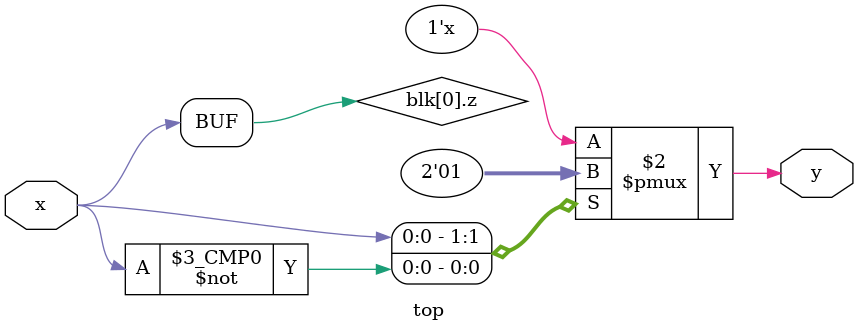
<source format=v>
module top(
	input wire x,
	output reg y
);
	localparam I = 1;
	genvar i;
	generate
		for (i = 0; i < 1; i = i + 1) begin : blk
			wire [i:i] z = x;
		end
	endgenerate
	always @* begin
		case (blk[I - 1].z)
			1: y = 0;
			0: y = 1;
		endcase
	end
endmodule

</source>
